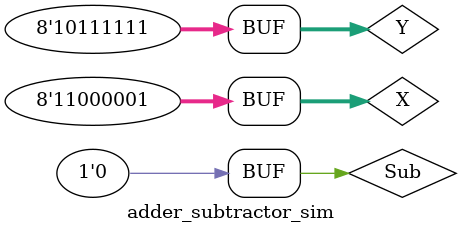
<source format=v>
`timescale 1ns / 1ps

`define n 7

module adder_subtractor_sim();
    reg [`n:0] X, Y;
    reg Sub;
    wire [`n:0] S;
    wire Cout;
    wire Overflow;
    
    adder_subtractor uut(X, Y, Sub, S, Cout, Overflow);
    
    initial begin
        Sub = 0;
        X = 8'b0;
        Y = 8'b0;
        #1 X = 8'd64; Y = 8'd64;
        #1 X = 8'd127; Y = 8'b11111111;
        #1 X = 8'b10000000; Y = 8'd2;
        #1 X = 8'b11000001; Y = 8'b10111111;
    end
endmodule

</source>
